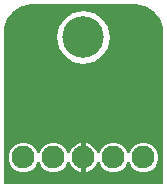
<source format=gbr>
G04 EAGLE Gerber RS-274X export*
G75*
%MOMM*%
%FSLAX34Y34*%
%LPD*%
%INBottom Copper*%
%IPPOS*%
%AMOC8*
5,1,8,0,0,1.08239X$1,22.5*%
G01*
%ADD10C,1.930400*%
%ADD11C,3.516000*%
%ADD12C,0.906400*%

G36*
X136008Y2556D02*
X136008Y2556D01*
X136127Y2563D01*
X136165Y2576D01*
X136206Y2581D01*
X136316Y2624D01*
X136429Y2661D01*
X136464Y2683D01*
X136501Y2698D01*
X136597Y2767D01*
X136698Y2831D01*
X136726Y2861D01*
X136759Y2884D01*
X136835Y2976D01*
X136916Y3063D01*
X136936Y3098D01*
X136961Y3129D01*
X137012Y3237D01*
X137070Y3341D01*
X137080Y3381D01*
X137097Y3417D01*
X137119Y3534D01*
X137149Y3649D01*
X137153Y3709D01*
X137157Y3729D01*
X137155Y3750D01*
X137159Y3810D01*
X137159Y132080D01*
X137157Y132102D01*
X137155Y132180D01*
X136890Y135557D01*
X136876Y135625D01*
X136871Y135694D01*
X136831Y135850D01*
X134744Y142274D01*
X134694Y142381D01*
X134650Y142492D01*
X134617Y142543D01*
X134609Y142562D01*
X134596Y142577D01*
X134564Y142628D01*
X130593Y148092D01*
X130512Y148179D01*
X130436Y148271D01*
X130390Y148309D01*
X130376Y148324D01*
X130358Y148335D01*
X130312Y148373D01*
X124848Y152344D01*
X124744Y152401D01*
X124644Y152465D01*
X124587Y152487D01*
X124569Y152497D01*
X124549Y152502D01*
X124494Y152524D01*
X118070Y154611D01*
X118002Y154624D01*
X117936Y154647D01*
X117777Y154670D01*
X114400Y154935D01*
X114378Y154934D01*
X114300Y154939D01*
X25400Y154939D01*
X25378Y154937D01*
X25300Y154935D01*
X21923Y154670D01*
X21855Y154656D01*
X21786Y154651D01*
X21630Y154611D01*
X15206Y152524D01*
X15099Y152474D01*
X14988Y152430D01*
X14937Y152397D01*
X14918Y152389D01*
X14903Y152376D01*
X14852Y152344D01*
X9388Y148373D01*
X9301Y148292D01*
X9209Y148216D01*
X9171Y148170D01*
X9156Y148156D01*
X9145Y148138D01*
X9107Y148092D01*
X5136Y142628D01*
X5079Y142524D01*
X5015Y142424D01*
X4993Y142367D01*
X4983Y142349D01*
X4978Y142329D01*
X4956Y142274D01*
X2869Y135850D01*
X2856Y135782D01*
X2833Y135716D01*
X2810Y135557D01*
X2545Y132180D01*
X2546Y132158D01*
X2541Y132080D01*
X2541Y3810D01*
X2556Y3692D01*
X2563Y3573D01*
X2576Y3535D01*
X2581Y3494D01*
X2624Y3384D01*
X2661Y3271D01*
X2683Y3236D01*
X2698Y3199D01*
X2767Y3103D01*
X2831Y3002D01*
X2861Y2974D01*
X2884Y2941D01*
X2976Y2865D01*
X3063Y2784D01*
X3098Y2764D01*
X3129Y2739D01*
X3237Y2688D01*
X3341Y2630D01*
X3381Y2620D01*
X3417Y2603D01*
X3534Y2581D01*
X3649Y2551D01*
X3709Y2547D01*
X3729Y2543D01*
X3750Y2545D01*
X3810Y2541D01*
X135890Y2541D01*
X136008Y2556D01*
G37*
%LPC*%
G36*
X61172Y106050D02*
X61172Y106050D01*
X53816Y110966D01*
X48900Y118322D01*
X47174Y127000D01*
X48900Y135678D01*
X53816Y143034D01*
X61172Y147950D01*
X69850Y149676D01*
X78528Y147950D01*
X85884Y143034D01*
X90800Y135678D01*
X92526Y127000D01*
X90800Y118322D01*
X85884Y110966D01*
X78528Y106050D01*
X69850Y104324D01*
X61172Y106050D01*
G37*
%LPD*%
%LPC*%
G36*
X92825Y13207D02*
X92825Y13207D01*
X88343Y15063D01*
X84913Y18493D01*
X83715Y21386D01*
X83701Y21412D01*
X83691Y21440D01*
X83622Y21550D01*
X83558Y21662D01*
X83537Y21684D01*
X83521Y21709D01*
X83427Y21798D01*
X83337Y21891D01*
X83311Y21906D01*
X83289Y21927D01*
X83176Y21989D01*
X83065Y22057D01*
X83037Y22066D01*
X83011Y22080D01*
X82885Y22112D01*
X82761Y22151D01*
X82732Y22152D01*
X82703Y22159D01*
X82573Y22159D01*
X82444Y22166D01*
X82415Y22160D01*
X82385Y22160D01*
X82259Y22128D01*
X82132Y22101D01*
X82105Y22088D01*
X82077Y22081D01*
X81963Y22019D01*
X81847Y21962D01*
X81824Y21942D01*
X81798Y21928D01*
X81703Y21839D01*
X81605Y21755D01*
X81587Y21731D01*
X81566Y21710D01*
X81496Y21601D01*
X81422Y21495D01*
X81411Y21467D01*
X81395Y21442D01*
X81336Y21292D01*
X81149Y20720D01*
X80278Y19010D01*
X79150Y17457D01*
X77793Y16100D01*
X76240Y14972D01*
X74530Y14101D01*
X72705Y13507D01*
X72349Y13451D01*
X72349Y24170D01*
X72334Y24288D01*
X72327Y24407D01*
X72314Y24445D01*
X72309Y24485D01*
X72266Y24596D01*
X72229Y24709D01*
X72207Y24743D01*
X72192Y24781D01*
X72123Y24877D01*
X72059Y24978D01*
X72029Y25006D01*
X72006Y25038D01*
X71914Y25114D01*
X71827Y25196D01*
X71792Y25215D01*
X71761Y25241D01*
X71653Y25292D01*
X71549Y25349D01*
X71509Y25359D01*
X71473Y25377D01*
X71366Y25397D01*
X71396Y25401D01*
X71506Y25445D01*
X71619Y25481D01*
X71654Y25503D01*
X71691Y25518D01*
X71787Y25588D01*
X71888Y25651D01*
X71916Y25681D01*
X71949Y25705D01*
X72025Y25796D01*
X72106Y25883D01*
X72126Y25918D01*
X72151Y25950D01*
X72202Y26057D01*
X72260Y26162D01*
X72270Y26201D01*
X72287Y26237D01*
X72309Y26354D01*
X72339Y26470D01*
X72343Y26530D01*
X72347Y26550D01*
X72345Y26570D01*
X72347Y26576D01*
X72346Y26583D01*
X72349Y26630D01*
X72349Y37349D01*
X72705Y37293D01*
X74530Y36699D01*
X76240Y35828D01*
X77793Y34700D01*
X79150Y33343D01*
X80278Y31790D01*
X81149Y30080D01*
X81336Y29508D01*
X81348Y29481D01*
X81355Y29451D01*
X81416Y29337D01*
X81471Y29220D01*
X81490Y29197D01*
X81504Y29170D01*
X81591Y29075D01*
X81674Y28975D01*
X81698Y28957D01*
X81718Y28935D01*
X81826Y28864D01*
X81931Y28788D01*
X81959Y28777D01*
X81984Y28760D01*
X82106Y28718D01*
X82227Y28670D01*
X82256Y28667D01*
X82284Y28657D01*
X82414Y28647D01*
X82542Y28630D01*
X82572Y28634D01*
X82601Y28632D01*
X82729Y28654D01*
X82858Y28670D01*
X82885Y28681D01*
X82915Y28686D01*
X83033Y28739D01*
X83153Y28787D01*
X83178Y28805D01*
X83205Y28817D01*
X83306Y28897D01*
X83411Y28974D01*
X83430Y28997D01*
X83453Y29015D01*
X83531Y29119D01*
X83614Y29219D01*
X83626Y29246D01*
X83644Y29269D01*
X83715Y29414D01*
X84913Y32307D01*
X88343Y35737D01*
X92825Y37593D01*
X97675Y37593D01*
X102157Y35737D01*
X105587Y32307D01*
X106777Y29432D01*
X106846Y29311D01*
X106911Y29188D01*
X106925Y29173D01*
X106935Y29155D01*
X107032Y29055D01*
X107125Y28953D01*
X107142Y28941D01*
X107156Y28927D01*
X107274Y28854D01*
X107391Y28778D01*
X107410Y28771D01*
X107427Y28761D01*
X107560Y28720D01*
X107692Y28675D01*
X107712Y28673D01*
X107731Y28667D01*
X107870Y28660D01*
X108009Y28649D01*
X108029Y28653D01*
X108049Y28652D01*
X108185Y28680D01*
X108322Y28704D01*
X108340Y28712D01*
X108360Y28716D01*
X108486Y28778D01*
X108612Y28834D01*
X108628Y28847D01*
X108646Y28856D01*
X108752Y28947D01*
X108860Y29033D01*
X108873Y29049D01*
X108888Y29062D01*
X108968Y29176D01*
X109052Y29287D01*
X109064Y29312D01*
X109071Y29322D01*
X109078Y29342D01*
X109123Y29432D01*
X110313Y32307D01*
X113743Y35737D01*
X118225Y37593D01*
X123075Y37593D01*
X127557Y35737D01*
X130987Y32307D01*
X132843Y27825D01*
X132843Y22975D01*
X130987Y18493D01*
X127557Y15063D01*
X123075Y13207D01*
X118225Y13207D01*
X113743Y15063D01*
X110313Y18493D01*
X109123Y21368D01*
X109054Y21489D01*
X108989Y21612D01*
X108975Y21627D01*
X108965Y21645D01*
X108868Y21744D01*
X108775Y21847D01*
X108758Y21859D01*
X108744Y21873D01*
X108625Y21946D01*
X108509Y22022D01*
X108490Y22029D01*
X108473Y22039D01*
X108340Y22080D01*
X108208Y22125D01*
X108188Y22127D01*
X108169Y22133D01*
X108030Y22140D01*
X107891Y22151D01*
X107871Y22147D01*
X107851Y22148D01*
X107715Y22120D01*
X107578Y22096D01*
X107559Y22088D01*
X107540Y22084D01*
X107414Y22022D01*
X107288Y21966D01*
X107272Y21953D01*
X107254Y21944D01*
X107148Y21854D01*
X107040Y21767D01*
X107027Y21751D01*
X107012Y21738D01*
X106932Y21624D01*
X106848Y21513D01*
X106836Y21488D01*
X106829Y21478D01*
X106822Y21458D01*
X106777Y21368D01*
X105587Y18493D01*
X102157Y15063D01*
X97675Y13207D01*
X92825Y13207D01*
G37*
%LPD*%
%LPC*%
G36*
X16625Y13207D02*
X16625Y13207D01*
X12143Y15063D01*
X8713Y18493D01*
X6857Y22975D01*
X6857Y27825D01*
X8713Y32307D01*
X12143Y35737D01*
X16625Y37593D01*
X21475Y37593D01*
X25957Y35737D01*
X29387Y32307D01*
X30577Y29432D01*
X30646Y29311D01*
X30711Y29188D01*
X30725Y29173D01*
X30735Y29155D01*
X30832Y29055D01*
X30925Y28953D01*
X30942Y28941D01*
X30956Y28927D01*
X31074Y28854D01*
X31191Y28778D01*
X31210Y28771D01*
X31227Y28761D01*
X31360Y28720D01*
X31492Y28675D01*
X31512Y28673D01*
X31531Y28667D01*
X31670Y28660D01*
X31809Y28649D01*
X31829Y28653D01*
X31849Y28652D01*
X31985Y28680D01*
X32122Y28704D01*
X32140Y28712D01*
X32160Y28716D01*
X32286Y28778D01*
X32412Y28834D01*
X32428Y28847D01*
X32446Y28856D01*
X32552Y28947D01*
X32660Y29033D01*
X32673Y29049D01*
X32688Y29062D01*
X32768Y29176D01*
X32852Y29287D01*
X32864Y29312D01*
X32871Y29322D01*
X32878Y29342D01*
X32923Y29432D01*
X34113Y32307D01*
X37543Y35737D01*
X42025Y37593D01*
X46875Y37593D01*
X51357Y35737D01*
X54787Y32307D01*
X55985Y29414D01*
X55999Y29388D01*
X56009Y29360D01*
X56078Y29250D01*
X56142Y29138D01*
X56163Y29116D01*
X56179Y29091D01*
X56273Y29002D01*
X56363Y28909D01*
X56389Y28894D01*
X56411Y28873D01*
X56524Y28811D01*
X56635Y28743D01*
X56663Y28734D01*
X56689Y28720D01*
X56815Y28687D01*
X56939Y28649D01*
X56968Y28648D01*
X56997Y28641D01*
X57127Y28640D01*
X57256Y28634D01*
X57285Y28640D01*
X57315Y28640D01*
X57441Y28672D01*
X57568Y28699D01*
X57595Y28712D01*
X57623Y28719D01*
X57737Y28781D01*
X57853Y28838D01*
X57876Y28858D01*
X57902Y28872D01*
X57997Y28960D01*
X58095Y29045D01*
X58113Y29069D01*
X58134Y29090D01*
X58204Y29199D01*
X58278Y29305D01*
X58289Y29333D01*
X58305Y29358D01*
X58364Y29508D01*
X58548Y30071D01*
X58548Y30072D01*
X58551Y30080D01*
X59422Y31790D01*
X60550Y33343D01*
X61907Y34700D01*
X63460Y35828D01*
X65170Y36699D01*
X66995Y37293D01*
X67351Y37349D01*
X67351Y26630D01*
X67366Y26512D01*
X67373Y26393D01*
X67385Y26355D01*
X67391Y26315D01*
X67434Y26204D01*
X67471Y26091D01*
X67493Y26057D01*
X67508Y26019D01*
X67577Y25923D01*
X67641Y25822D01*
X67671Y25794D01*
X67694Y25762D01*
X67786Y25686D01*
X67873Y25604D01*
X67908Y25585D01*
X67939Y25559D01*
X68047Y25508D01*
X68151Y25451D01*
X68191Y25441D01*
X68227Y25423D01*
X68334Y25403D01*
X68304Y25399D01*
X68194Y25355D01*
X68081Y25319D01*
X68046Y25297D01*
X68009Y25282D01*
X67912Y25212D01*
X67812Y25149D01*
X67784Y25119D01*
X67751Y25095D01*
X67675Y25004D01*
X67594Y24917D01*
X67574Y24882D01*
X67549Y24850D01*
X67498Y24743D01*
X67440Y24638D01*
X67430Y24599D01*
X67413Y24563D01*
X67391Y24446D01*
X67361Y24330D01*
X67357Y24270D01*
X67353Y24250D01*
X67355Y24230D01*
X67351Y24170D01*
X67351Y13451D01*
X66995Y13507D01*
X65170Y14101D01*
X63460Y14972D01*
X61907Y16100D01*
X60550Y17457D01*
X59422Y19010D01*
X58551Y20720D01*
X58364Y21292D01*
X58352Y21319D01*
X58345Y21349D01*
X58284Y21463D01*
X58229Y21580D01*
X58210Y21603D01*
X58196Y21630D01*
X58109Y21726D01*
X58026Y21825D01*
X58002Y21843D01*
X57982Y21865D01*
X57874Y21936D01*
X57769Y22012D01*
X57741Y22023D01*
X57716Y22040D01*
X57594Y22082D01*
X57473Y22130D01*
X57444Y22133D01*
X57416Y22143D01*
X57286Y22153D01*
X57158Y22170D01*
X57128Y22166D01*
X57099Y22168D01*
X56971Y22146D01*
X56842Y22130D01*
X56815Y22119D01*
X56785Y22114D01*
X56667Y22061D01*
X56547Y22013D01*
X56522Y21995D01*
X56495Y21983D01*
X56394Y21902D01*
X56289Y21826D01*
X56270Y21803D01*
X56247Y21785D01*
X56169Y21681D01*
X56086Y21581D01*
X56074Y21554D01*
X56056Y21531D01*
X55985Y21386D01*
X54787Y18493D01*
X51357Y15063D01*
X46875Y13207D01*
X42025Y13207D01*
X37543Y15063D01*
X34113Y18493D01*
X32923Y21368D01*
X32854Y21489D01*
X32789Y21612D01*
X32775Y21627D01*
X32765Y21645D01*
X32668Y21744D01*
X32575Y21847D01*
X32558Y21859D01*
X32544Y21873D01*
X32425Y21946D01*
X32309Y22022D01*
X32290Y22029D01*
X32273Y22039D01*
X32140Y22080D01*
X32008Y22125D01*
X31988Y22127D01*
X31969Y22133D01*
X31830Y22140D01*
X31691Y22151D01*
X31671Y22147D01*
X31651Y22148D01*
X31515Y22120D01*
X31378Y22096D01*
X31359Y22088D01*
X31340Y22084D01*
X31214Y22022D01*
X31088Y21966D01*
X31072Y21953D01*
X31054Y21944D01*
X30948Y21854D01*
X30840Y21767D01*
X30827Y21751D01*
X30812Y21738D01*
X30732Y21624D01*
X30648Y21513D01*
X30636Y21488D01*
X30629Y21478D01*
X30622Y21458D01*
X30577Y21368D01*
X29387Y18493D01*
X25957Y15063D01*
X21475Y13207D01*
X16625Y13207D01*
G37*
%LPD*%
D10*
X19050Y25400D03*
X44450Y25400D03*
X69850Y25400D03*
X95250Y25400D03*
X120650Y25400D03*
D11*
X69850Y127000D03*
D12*
X128270Y67310D03*
X69850Y81280D03*
X30480Y81280D03*
M02*

</source>
